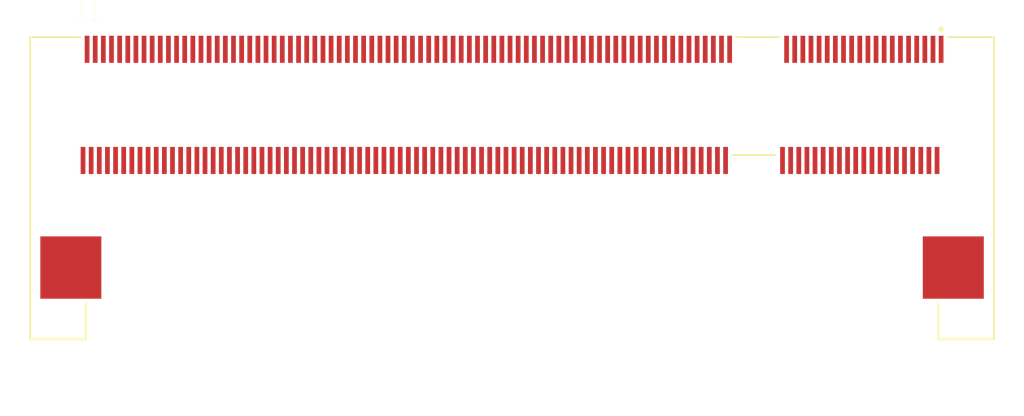
<source format=kicad_pcb>
(kicad_pcb (version 20171130) (host pcbnew "(5.1.6)-1")

  (general
    (thickness 1.6)
    (drawings 0)
    (tracks 0)
    (zones 0)
    (modules 1)
    (nets 202)
  )

  (page A4)
  (layers
    (0 F.Cu signal)
    (31 B.Cu signal)
    (32 B.Adhes user)
    (33 F.Adhes user)
    (34 B.Paste user)
    (35 F.Paste user)
    (36 B.SilkS user)
    (37 F.SilkS user)
    (38 B.Mask user)
    (39 F.Mask user)
    (40 Dwgs.User user)
    (41 Cmts.User user)
    (42 Eco1.User user)
    (43 Eco2.User user)
    (44 Edge.Cuts user)
    (45 Margin user)
    (46 B.CrtYd user)
    (47 F.CrtYd user)
    (48 B.Fab user)
    (49 F.Fab user)
  )

  (setup
    (last_trace_width 0.25)
    (trace_clearance 0.2)
    (zone_clearance 0.508)
    (zone_45_only no)
    (trace_min 0.2)
    (via_size 0.8)
    (via_drill 0.4)
    (via_min_size 0.4)
    (via_min_drill 0.3)
    (uvia_size 0.3)
    (uvia_drill 0.1)
    (uvias_allowed no)
    (uvia_min_size 0.2)
    (uvia_min_drill 0.1)
    (edge_width 0.05)
    (segment_width 0.2)
    (pcb_text_width 0.3)
    (pcb_text_size 1.5 1.5)
    (mod_edge_width 0.12)
    (mod_text_size 1 1)
    (mod_text_width 0.15)
    (pad_size 1.524 1.524)
    (pad_drill 0.762)
    (pad_to_mask_clearance 0.05)
    (aux_axis_origin 0 0)
    (visible_elements FFFFFF7F)
    (pcbplotparams
      (layerselection 0x010fc_ffffffff)
      (usegerberextensions false)
      (usegerberattributes true)
      (usegerberadvancedattributes true)
      (creategerberjobfile true)
      (excludeedgelayer true)
      (linewidth 0.100000)
      (plotframeref false)
      (viasonmask false)
      (mode 1)
      (useauxorigin false)
      (hpglpennumber 1)
      (hpglpenspeed 20)
      (hpglpendiameter 15.000000)
      (psnegative false)
      (psa4output false)
      (plotreference true)
      (plotvalue true)
      (plotinvisibletext false)
      (padsonsilk false)
      (subtractmaskfromsilk false)
      (outputformat 1)
      (mirror false)
      (drillshape 1)
      (scaleselection 1)
      (outputdirectory ""))
  )

  (net 0 "")
  (net 1 "Net-(J1-PadS1)")
  (net 2 "Net-(J1-Pad200)")
  (net 3 "Net-(J1-Pad199)")
  (net 4 "Net-(J1-Pad198)")
  (net 5 "Net-(J1-Pad197)")
  (net 6 "Net-(J1-Pad196)")
  (net 7 "Net-(J1-Pad195)")
  (net 8 "Net-(J1-Pad194)")
  (net 9 "Net-(J1-Pad193)")
  (net 10 "Net-(J1-Pad192)")
  (net 11 "Net-(J1-Pad191)")
  (net 12 "Net-(J1-Pad190)")
  (net 13 "Net-(J1-Pad189)")
  (net 14 "Net-(J1-Pad188)")
  (net 15 "Net-(J1-Pad187)")
  (net 16 "Net-(J1-Pad186)")
  (net 17 "Net-(J1-Pad185)")
  (net 18 "Net-(J1-Pad184)")
  (net 19 "Net-(J1-Pad183)")
  (net 20 "Net-(J1-Pad182)")
  (net 21 "Net-(J1-Pad181)")
  (net 22 "Net-(J1-Pad180)")
  (net 23 "Net-(J1-Pad179)")
  (net 24 "Net-(J1-Pad178)")
  (net 25 "Net-(J1-Pad177)")
  (net 26 "Net-(J1-Pad176)")
  (net 27 "Net-(J1-Pad175)")
  (net 28 "Net-(J1-Pad174)")
  (net 29 "Net-(J1-Pad173)")
  (net 30 "Net-(J1-Pad172)")
  (net 31 "Net-(J1-Pad171)")
  (net 32 "Net-(J1-Pad170)")
  (net 33 "Net-(J1-Pad169)")
  (net 34 "Net-(J1-Pad168)")
  (net 35 "Net-(J1-Pad167)")
  (net 36 "Net-(J1-Pad166)")
  (net 37 "Net-(J1-Pad165)")
  (net 38 "Net-(J1-Pad164)")
  (net 39 "Net-(J1-Pad163)")
  (net 40 "Net-(J1-Pad162)")
  (net 41 "Net-(J1-Pad161)")
  (net 42 "Net-(J1-Pad160)")
  (net 43 "Net-(J1-Pad159)")
  (net 44 "Net-(J1-Pad158)")
  (net 45 "Net-(J1-Pad157)")
  (net 46 "Net-(J1-Pad156)")
  (net 47 "Net-(J1-Pad155)")
  (net 48 "Net-(J1-Pad154)")
  (net 49 "Net-(J1-Pad153)")
  (net 50 "Net-(J1-Pad152)")
  (net 51 "Net-(J1-Pad151)")
  (net 52 "Net-(J1-Pad150)")
  (net 53 "Net-(J1-Pad149)")
  (net 54 "Net-(J1-Pad148)")
  (net 55 "Net-(J1-Pad147)")
  (net 56 "Net-(J1-Pad146)")
  (net 57 "Net-(J1-Pad145)")
  (net 58 "Net-(J1-Pad144)")
  (net 59 "Net-(J1-Pad143)")
  (net 60 "Net-(J1-Pad142)")
  (net 61 "Net-(J1-Pad141)")
  (net 62 "Net-(J1-Pad140)")
  (net 63 "Net-(J1-Pad139)")
  (net 64 "Net-(J1-Pad138)")
  (net 65 "Net-(J1-Pad137)")
  (net 66 "Net-(J1-Pad136)")
  (net 67 "Net-(J1-Pad135)")
  (net 68 "Net-(J1-Pad134)")
  (net 69 "Net-(J1-Pad133)")
  (net 70 "Net-(J1-Pad132)")
  (net 71 "Net-(J1-Pad131)")
  (net 72 "Net-(J1-Pad130)")
  (net 73 "Net-(J1-Pad129)")
  (net 74 "Net-(J1-Pad128)")
  (net 75 "Net-(J1-Pad127)")
  (net 76 "Net-(J1-Pad126)")
  (net 77 "Net-(J1-Pad125)")
  (net 78 "Net-(J1-Pad124)")
  (net 79 "Net-(J1-Pad123)")
  (net 80 "Net-(J1-Pad122)")
  (net 81 "Net-(J1-Pad121)")
  (net 82 "Net-(J1-Pad120)")
  (net 83 "Net-(J1-Pad119)")
  (net 84 "Net-(J1-Pad118)")
  (net 85 "Net-(J1-Pad117)")
  (net 86 "Net-(J1-Pad116)")
  (net 87 "Net-(J1-Pad115)")
  (net 88 "Net-(J1-Pad114)")
  (net 89 "Net-(J1-Pad113)")
  (net 90 "Net-(J1-Pad112)")
  (net 91 "Net-(J1-Pad111)")
  (net 92 "Net-(J1-Pad110)")
  (net 93 "Net-(J1-Pad109)")
  (net 94 "Net-(J1-Pad108)")
  (net 95 "Net-(J1-Pad107)")
  (net 96 "Net-(J1-Pad106)")
  (net 97 "Net-(J1-Pad105)")
  (net 98 "Net-(J1-Pad104)")
  (net 99 "Net-(J1-Pad103)")
  (net 100 "Net-(J1-Pad102)")
  (net 101 "Net-(J1-Pad101)")
  (net 102 "Net-(J1-Pad100)")
  (net 103 "Net-(J1-Pad99)")
  (net 104 "Net-(J1-Pad98)")
  (net 105 "Net-(J1-Pad97)")
  (net 106 "Net-(J1-Pad96)")
  (net 107 "Net-(J1-Pad95)")
  (net 108 "Net-(J1-Pad94)")
  (net 109 "Net-(J1-Pad93)")
  (net 110 "Net-(J1-Pad92)")
  (net 111 "Net-(J1-Pad91)")
  (net 112 "Net-(J1-Pad90)")
  (net 113 "Net-(J1-Pad89)")
  (net 114 "Net-(J1-Pad88)")
  (net 115 "Net-(J1-Pad87)")
  (net 116 "Net-(J1-Pad86)")
  (net 117 "Net-(J1-Pad85)")
  (net 118 "Net-(J1-Pad84)")
  (net 119 "Net-(J1-Pad83)")
  (net 120 "Net-(J1-Pad82)")
  (net 121 "Net-(J1-Pad81)")
  (net 122 "Net-(J1-Pad80)")
  (net 123 "Net-(J1-Pad79)")
  (net 124 "Net-(J1-Pad78)")
  (net 125 "Net-(J1-Pad77)")
  (net 126 "Net-(J1-Pad76)")
  (net 127 "Net-(J1-Pad75)")
  (net 128 "Net-(J1-Pad74)")
  (net 129 "Net-(J1-Pad73)")
  (net 130 "Net-(J1-Pad72)")
  (net 131 "Net-(J1-Pad71)")
  (net 132 "Net-(J1-Pad70)")
  (net 133 "Net-(J1-Pad69)")
  (net 134 "Net-(J1-Pad68)")
  (net 135 "Net-(J1-Pad67)")
  (net 136 "Net-(J1-Pad66)")
  (net 137 "Net-(J1-Pad65)")
  (net 138 "Net-(J1-Pad64)")
  (net 139 "Net-(J1-Pad63)")
  (net 140 "Net-(J1-Pad62)")
  (net 141 "Net-(J1-Pad61)")
  (net 142 "Net-(J1-Pad60)")
  (net 143 "Net-(J1-Pad59)")
  (net 144 "Net-(J1-Pad58)")
  (net 145 "Net-(J1-Pad57)")
  (net 146 "Net-(J1-Pad56)")
  (net 147 "Net-(J1-Pad55)")
  (net 148 "Net-(J1-Pad54)")
  (net 149 "Net-(J1-Pad53)")
  (net 150 "Net-(J1-Pad52)")
  (net 151 "Net-(J1-Pad51)")
  (net 152 "Net-(J1-Pad50)")
  (net 153 "Net-(J1-Pad49)")
  (net 154 "Net-(J1-Pad48)")
  (net 155 "Net-(J1-Pad47)")
  (net 156 "Net-(J1-Pad46)")
  (net 157 "Net-(J1-Pad45)")
  (net 158 "Net-(J1-Pad44)")
  (net 159 "Net-(J1-Pad43)")
  (net 160 "Net-(J1-Pad42)")
  (net 161 "Net-(J1-Pad41)")
  (net 162 "Net-(J1-Pad40)")
  (net 163 "Net-(J1-Pad39)")
  (net 164 "Net-(J1-Pad38)")
  (net 165 "Net-(J1-Pad37)")
  (net 166 "Net-(J1-Pad36)")
  (net 167 "Net-(J1-Pad35)")
  (net 168 "Net-(J1-Pad34)")
  (net 169 "Net-(J1-Pad33)")
  (net 170 "Net-(J1-Pad32)")
  (net 171 "Net-(J1-Pad31)")
  (net 172 "Net-(J1-Pad30)")
  (net 173 "Net-(J1-Pad29)")
  (net 174 "Net-(J1-Pad28)")
  (net 175 "Net-(J1-Pad27)")
  (net 176 "Net-(J1-Pad26)")
  (net 177 "Net-(J1-Pad25)")
  (net 178 "Net-(J1-Pad24)")
  (net 179 "Net-(J1-Pad23)")
  (net 180 "Net-(J1-Pad22)")
  (net 181 "Net-(J1-Pad21)")
  (net 182 "Net-(J1-Pad20)")
  (net 183 "Net-(J1-Pad19)")
  (net 184 "Net-(J1-Pad18)")
  (net 185 "Net-(J1-Pad17)")
  (net 186 "Net-(J1-Pad16)")
  (net 187 "Net-(J1-Pad15)")
  (net 188 "Net-(J1-Pad14)")
  (net 189 "Net-(J1-Pad13)")
  (net 190 "Net-(J1-Pad12)")
  (net 191 "Net-(J1-Pad11)")
  (net 192 "Net-(J1-Pad10)")
  (net 193 "Net-(J1-Pad9)")
  (net 194 "Net-(J1-Pad8)")
  (net 195 "Net-(J1-Pad7)")
  (net 196 "Net-(J1-Pad6)")
  (net 197 "Net-(J1-Pad5)")
  (net 198 "Net-(J1-Pad4)")
  (net 199 "Net-(J1-Pad3)")
  (net 200 "Net-(J1-Pad2)")
  (net 201 "Net-(J1-Pad1)")

  (net_class Default "This is the default net class."
    (clearance 0.2)
    (trace_width 0.25)
    (via_dia 0.8)
    (via_drill 0.4)
    (uvia_dia 0.3)
    (uvia_drill 0.1)
    (add_net "Net-(J1-Pad1)")
    (add_net "Net-(J1-Pad10)")
    (add_net "Net-(J1-Pad100)")
    (add_net "Net-(J1-Pad101)")
    (add_net "Net-(J1-Pad102)")
    (add_net "Net-(J1-Pad103)")
    (add_net "Net-(J1-Pad104)")
    (add_net "Net-(J1-Pad105)")
    (add_net "Net-(J1-Pad106)")
    (add_net "Net-(J1-Pad107)")
    (add_net "Net-(J1-Pad108)")
    (add_net "Net-(J1-Pad109)")
    (add_net "Net-(J1-Pad11)")
    (add_net "Net-(J1-Pad110)")
    (add_net "Net-(J1-Pad111)")
    (add_net "Net-(J1-Pad112)")
    (add_net "Net-(J1-Pad113)")
    (add_net "Net-(J1-Pad114)")
    (add_net "Net-(J1-Pad115)")
    (add_net "Net-(J1-Pad116)")
    (add_net "Net-(J1-Pad117)")
    (add_net "Net-(J1-Pad118)")
    (add_net "Net-(J1-Pad119)")
    (add_net "Net-(J1-Pad12)")
    (add_net "Net-(J1-Pad120)")
    (add_net "Net-(J1-Pad121)")
    (add_net "Net-(J1-Pad122)")
    (add_net "Net-(J1-Pad123)")
    (add_net "Net-(J1-Pad124)")
    (add_net "Net-(J1-Pad125)")
    (add_net "Net-(J1-Pad126)")
    (add_net "Net-(J1-Pad127)")
    (add_net "Net-(J1-Pad128)")
    (add_net "Net-(J1-Pad129)")
    (add_net "Net-(J1-Pad13)")
    (add_net "Net-(J1-Pad130)")
    (add_net "Net-(J1-Pad131)")
    (add_net "Net-(J1-Pad132)")
    (add_net "Net-(J1-Pad133)")
    (add_net "Net-(J1-Pad134)")
    (add_net "Net-(J1-Pad135)")
    (add_net "Net-(J1-Pad136)")
    (add_net "Net-(J1-Pad137)")
    (add_net "Net-(J1-Pad138)")
    (add_net "Net-(J1-Pad139)")
    (add_net "Net-(J1-Pad14)")
    (add_net "Net-(J1-Pad140)")
    (add_net "Net-(J1-Pad141)")
    (add_net "Net-(J1-Pad142)")
    (add_net "Net-(J1-Pad143)")
    (add_net "Net-(J1-Pad144)")
    (add_net "Net-(J1-Pad145)")
    (add_net "Net-(J1-Pad146)")
    (add_net "Net-(J1-Pad147)")
    (add_net "Net-(J1-Pad148)")
    (add_net "Net-(J1-Pad149)")
    (add_net "Net-(J1-Pad15)")
    (add_net "Net-(J1-Pad150)")
    (add_net "Net-(J1-Pad151)")
    (add_net "Net-(J1-Pad152)")
    (add_net "Net-(J1-Pad153)")
    (add_net "Net-(J1-Pad154)")
    (add_net "Net-(J1-Pad155)")
    (add_net "Net-(J1-Pad156)")
    (add_net "Net-(J1-Pad157)")
    (add_net "Net-(J1-Pad158)")
    (add_net "Net-(J1-Pad159)")
    (add_net "Net-(J1-Pad16)")
    (add_net "Net-(J1-Pad160)")
    (add_net "Net-(J1-Pad161)")
    (add_net "Net-(J1-Pad162)")
    (add_net "Net-(J1-Pad163)")
    (add_net "Net-(J1-Pad164)")
    (add_net "Net-(J1-Pad165)")
    (add_net "Net-(J1-Pad166)")
    (add_net "Net-(J1-Pad167)")
    (add_net "Net-(J1-Pad168)")
    (add_net "Net-(J1-Pad169)")
    (add_net "Net-(J1-Pad17)")
    (add_net "Net-(J1-Pad170)")
    (add_net "Net-(J1-Pad171)")
    (add_net "Net-(J1-Pad172)")
    (add_net "Net-(J1-Pad173)")
    (add_net "Net-(J1-Pad174)")
    (add_net "Net-(J1-Pad175)")
    (add_net "Net-(J1-Pad176)")
    (add_net "Net-(J1-Pad177)")
    (add_net "Net-(J1-Pad178)")
    (add_net "Net-(J1-Pad179)")
    (add_net "Net-(J1-Pad18)")
    (add_net "Net-(J1-Pad180)")
    (add_net "Net-(J1-Pad181)")
    (add_net "Net-(J1-Pad182)")
    (add_net "Net-(J1-Pad183)")
    (add_net "Net-(J1-Pad184)")
    (add_net "Net-(J1-Pad185)")
    (add_net "Net-(J1-Pad186)")
    (add_net "Net-(J1-Pad187)")
    (add_net "Net-(J1-Pad188)")
    (add_net "Net-(J1-Pad189)")
    (add_net "Net-(J1-Pad19)")
    (add_net "Net-(J1-Pad190)")
    (add_net "Net-(J1-Pad191)")
    (add_net "Net-(J1-Pad192)")
    (add_net "Net-(J1-Pad193)")
    (add_net "Net-(J1-Pad194)")
    (add_net "Net-(J1-Pad195)")
    (add_net "Net-(J1-Pad196)")
    (add_net "Net-(J1-Pad197)")
    (add_net "Net-(J1-Pad198)")
    (add_net "Net-(J1-Pad199)")
    (add_net "Net-(J1-Pad2)")
    (add_net "Net-(J1-Pad20)")
    (add_net "Net-(J1-Pad200)")
    (add_net "Net-(J1-Pad21)")
    (add_net "Net-(J1-Pad22)")
    (add_net "Net-(J1-Pad23)")
    (add_net "Net-(J1-Pad24)")
    (add_net "Net-(J1-Pad25)")
    (add_net "Net-(J1-Pad26)")
    (add_net "Net-(J1-Pad27)")
    (add_net "Net-(J1-Pad28)")
    (add_net "Net-(J1-Pad29)")
    (add_net "Net-(J1-Pad3)")
    (add_net "Net-(J1-Pad30)")
    (add_net "Net-(J1-Pad31)")
    (add_net "Net-(J1-Pad32)")
    (add_net "Net-(J1-Pad33)")
    (add_net "Net-(J1-Pad34)")
    (add_net "Net-(J1-Pad35)")
    (add_net "Net-(J1-Pad36)")
    (add_net "Net-(J1-Pad37)")
    (add_net "Net-(J1-Pad38)")
    (add_net "Net-(J1-Pad39)")
    (add_net "Net-(J1-Pad4)")
    (add_net "Net-(J1-Pad40)")
    (add_net "Net-(J1-Pad41)")
    (add_net "Net-(J1-Pad42)")
    (add_net "Net-(J1-Pad43)")
    (add_net "Net-(J1-Pad44)")
    (add_net "Net-(J1-Pad45)")
    (add_net "Net-(J1-Pad46)")
    (add_net "Net-(J1-Pad47)")
    (add_net "Net-(J1-Pad48)")
    (add_net "Net-(J1-Pad49)")
    (add_net "Net-(J1-Pad5)")
    (add_net "Net-(J1-Pad50)")
    (add_net "Net-(J1-Pad51)")
    (add_net "Net-(J1-Pad52)")
    (add_net "Net-(J1-Pad53)")
    (add_net "Net-(J1-Pad54)")
    (add_net "Net-(J1-Pad55)")
    (add_net "Net-(J1-Pad56)")
    (add_net "Net-(J1-Pad57)")
    (add_net "Net-(J1-Pad58)")
    (add_net "Net-(J1-Pad59)")
    (add_net "Net-(J1-Pad6)")
    (add_net "Net-(J1-Pad60)")
    (add_net "Net-(J1-Pad61)")
    (add_net "Net-(J1-Pad62)")
    (add_net "Net-(J1-Pad63)")
    (add_net "Net-(J1-Pad64)")
    (add_net "Net-(J1-Pad65)")
    (add_net "Net-(J1-Pad66)")
    (add_net "Net-(J1-Pad67)")
    (add_net "Net-(J1-Pad68)")
    (add_net "Net-(J1-Pad69)")
    (add_net "Net-(J1-Pad7)")
    (add_net "Net-(J1-Pad70)")
    (add_net "Net-(J1-Pad71)")
    (add_net "Net-(J1-Pad72)")
    (add_net "Net-(J1-Pad73)")
    (add_net "Net-(J1-Pad74)")
    (add_net "Net-(J1-Pad75)")
    (add_net "Net-(J1-Pad76)")
    (add_net "Net-(J1-Pad77)")
    (add_net "Net-(J1-Pad78)")
    (add_net "Net-(J1-Pad79)")
    (add_net "Net-(J1-Pad8)")
    (add_net "Net-(J1-Pad80)")
    (add_net "Net-(J1-Pad81)")
    (add_net "Net-(J1-Pad82)")
    (add_net "Net-(J1-Pad83)")
    (add_net "Net-(J1-Pad84)")
    (add_net "Net-(J1-Pad85)")
    (add_net "Net-(J1-Pad86)")
    (add_net "Net-(J1-Pad87)")
    (add_net "Net-(J1-Pad88)")
    (add_net "Net-(J1-Pad89)")
    (add_net "Net-(J1-Pad9)")
    (add_net "Net-(J1-Pad90)")
    (add_net "Net-(J1-Pad91)")
    (add_net "Net-(J1-Pad92)")
    (add_net "Net-(J1-Pad93)")
    (add_net "Net-(J1-Pad94)")
    (add_net "Net-(J1-Pad95)")
    (add_net "Net-(J1-Pad96)")
    (add_net "Net-(J1-Pad97)")
    (add_net "Net-(J1-Pad98)")
    (add_net "Net-(J1-Pad99)")
    (add_net "Net-(J1-PadS1)")
  )

  (module TE_1473005-1:TE_1473005-1 (layer F.Cu) (tedit 5F6D37F7) (tstamp 5F6D3D9A)
    (at 160.02 96.012)
    (path /5F6D85EE)
    (fp_text reference J1 (at -31.3213 -6.89174) (layer F.SilkS)
      (effects (font (size 1.4 1.4) (thickness 0.015)))
    )
    (fp_text value 1473005-1 (at -25.4005 22.111) (layer F.Fab)
      (effects (font (size 1.4 1.4) (thickness 0.015)))
    )
    (fp_line (start -35.55 -5) (end 35.55 -5) (layer F.Fab) (width 0.127))
    (fp_line (start -35.55 -5) (end -35.55 3.7) (layer F.Fab) (width 0.127))
    (fp_line (start 35.55 -5) (end 35.55 3.7) (layer F.Fab) (width 0.127))
    (fp_line (start -35.55 3.7) (end -31.45 3.7) (layer F.Fab) (width 0.127))
    (fp_line (start -31.45 3.7) (end 31.45 3.7) (layer F.Fab) (width 0.127))
    (fp_line (start 31.45 3.7) (end 35.55 3.7) (layer F.Fab) (width 0.127))
    (fp_line (start -35.55 3.7) (end -35.55 17.3) (layer F.Fab) (width 0.127))
    (fp_line (start 35.55 3.7) (end 35.55 17.3) (layer F.Fab) (width 0.127))
    (fp_line (start -35.55 17.3) (end -31.45 17.3) (layer F.Fab) (width 0.127))
    (fp_line (start -31.45 17.3) (end -31.45 3.7) (layer F.Fab) (width 0.127))
    (fp_line (start 31.45 3.7) (end 31.45 17.3) (layer F.Fab) (width 0.127))
    (fp_line (start 31.45 17.3) (end 35.55 17.3) (layer F.Fab) (width 0.127))
    (fp_line (start 16.55 -5) (end 19.75 -5) (layer F.SilkS) (width 0.127))
    (fp_line (start 16.25 3.7) (end 19.45 3.7) (layer F.SilkS) (width 0.127))
    (fp_line (start -31.85 -5) (end -35.55 -5) (layer F.SilkS) (width 0.127))
    (fp_line (start -35.55 -5) (end -35.55 17.3) (layer F.SilkS) (width 0.127))
    (fp_line (start -35.55 17.3) (end -31.45 17.3) (layer F.SilkS) (width 0.127))
    (fp_line (start 32.15 -5) (end 35.55 -5) (layer F.SilkS) (width 0.127))
    (fp_line (start 35.55 -5) (end 35.55 17.3) (layer F.SilkS) (width 0.127))
    (fp_line (start 35.55 17.3) (end 31.45 17.3) (layer F.SilkS) (width 0.127))
    (fp_circle (center 31.65 -5.6) (end 31.75 -5.6) (layer F.SilkS) (width 0.2))
    (fp_line (start 31.45 14.62) (end 31.45 17.3) (layer F.SilkS) (width 0.127))
    (fp_line (start -31.45 17.3) (end -31.45 14.62) (layer F.SilkS) (width 0.127))
    (fp_line (start -37.75 -5.35) (end 37.75 -5.35) (layer F.CrtYd) (width 0.05))
    (fp_line (start 37.75 -5.35) (end 37.75 20.9) (layer F.CrtYd) (width 0.05))
    (fp_line (start 37.75 20.9) (end 31.2 20.9) (layer F.CrtYd) (width 0.05))
    (fp_line (start 31.2 20.9) (end 31.2 14.55) (layer F.CrtYd) (width 0.05))
    (fp_line (start 31.2 14.55) (end 30.05 14.55) (layer F.CrtYd) (width 0.05))
    (fp_line (start 30.05 14.55) (end 30.05 9.45) (layer F.CrtYd) (width 0.05))
    (fp_line (start 30.05 9.45) (end 31.2 9.45) (layer F.CrtYd) (width 0.05))
    (fp_line (start 31.2 9.45) (end 31.2 5.35) (layer F.CrtYd) (width 0.05))
    (fp_line (start 31.2 5.35) (end -31.2 5.35) (layer F.CrtYd) (width 0.05))
    (fp_line (start -31.2 5.35) (end -31.2 9.45) (layer F.CrtYd) (width 0.05))
    (fp_line (start -31.2 9.45) (end -30.05 9.45) (layer F.CrtYd) (width 0.05))
    (fp_line (start -30.05 9.45) (end -30.05 14.55) (layer F.CrtYd) (width 0.05))
    (fp_line (start -30.05 14.55) (end -31.2 14.55) (layer F.CrtYd) (width 0.05))
    (fp_line (start -31.2 14.55) (end -31.2 20.9) (layer F.CrtYd) (width 0.05))
    (fp_line (start -31.2 20.9) (end -37.75 20.9) (layer F.CrtYd) (width 0.05))
    (fp_line (start -37.75 20.9) (end -37.75 -5.35) (layer F.CrtYd) (width 0.05))
    (fp_circle (center 31.65 -5.6) (end 31.75 -5.6) (layer F.Fab) (width 0.2))
    (pad S1 smd rect (at 32.55 12) (size 4.5 4.6) (layers F.Cu F.Paste F.Mask)
      (net 1 "Net-(J1-PadS1)"))
    (pad S2 smd rect (at -32.55 12) (size 4.5 4.6) (layers F.Cu F.Paste F.Mask)
      (net 1 "Net-(J1-PadS1)"))
    (pad None np_thru_hole circle (at -33.4 0) (size 1.2 1.2) (drill 1.2) (layers *.Cu *.Mask))
    (pad None np_thru_hole circle (at 33.4 0) (size 1.7 1.7) (drill 1.7) (layers *.Cu *.Mask))
    (pad 200 smd rect (at -31.65 4.1) (size 0.35 2) (layers F.Cu F.Paste F.Mask)
      (net 2 "Net-(J1-Pad200)"))
    (pad 199 smd rect (at -31.35 -4.1) (size 0.35 2) (layers F.Cu F.Paste F.Mask)
      (net 3 "Net-(J1-Pad199)"))
    (pad 198 smd rect (at -31.05 4.1) (size 0.35 2) (layers F.Cu F.Paste F.Mask)
      (net 4 "Net-(J1-Pad198)"))
    (pad 197 smd rect (at -30.75 -4.1) (size 0.35 2) (layers F.Cu F.Paste F.Mask)
      (net 5 "Net-(J1-Pad197)"))
    (pad 196 smd rect (at -30.45 4.1) (size 0.35 2) (layers F.Cu F.Paste F.Mask)
      (net 6 "Net-(J1-Pad196)"))
    (pad 195 smd rect (at -30.15 -4.1) (size 0.35 2) (layers F.Cu F.Paste F.Mask)
      (net 7 "Net-(J1-Pad195)"))
    (pad 194 smd rect (at -29.85 4.1) (size 0.35 2) (layers F.Cu F.Paste F.Mask)
      (net 8 "Net-(J1-Pad194)"))
    (pad 193 smd rect (at -29.55 -4.1) (size 0.35 2) (layers F.Cu F.Paste F.Mask)
      (net 9 "Net-(J1-Pad193)"))
    (pad 192 smd rect (at -29.25 4.1) (size 0.35 2) (layers F.Cu F.Paste F.Mask)
      (net 10 "Net-(J1-Pad192)"))
    (pad 191 smd rect (at -28.95 -4.1) (size 0.35 2) (layers F.Cu F.Paste F.Mask)
      (net 11 "Net-(J1-Pad191)"))
    (pad 190 smd rect (at -28.65 4.1) (size 0.35 2) (layers F.Cu F.Paste F.Mask)
      (net 12 "Net-(J1-Pad190)"))
    (pad 189 smd rect (at -28.35 -4.1) (size 0.35 2) (layers F.Cu F.Paste F.Mask)
      (net 13 "Net-(J1-Pad189)"))
    (pad 188 smd rect (at -28.05 4.1) (size 0.35 2) (layers F.Cu F.Paste F.Mask)
      (net 14 "Net-(J1-Pad188)"))
    (pad 187 smd rect (at -27.75 -4.1) (size 0.35 2) (layers F.Cu F.Paste F.Mask)
      (net 15 "Net-(J1-Pad187)"))
    (pad 186 smd rect (at -27.45 4.1) (size 0.35 2) (layers F.Cu F.Paste F.Mask)
      (net 16 "Net-(J1-Pad186)"))
    (pad 185 smd rect (at -27.15 -4.1) (size 0.35 2) (layers F.Cu F.Paste F.Mask)
      (net 17 "Net-(J1-Pad185)"))
    (pad 184 smd rect (at -26.85 4.1) (size 0.35 2) (layers F.Cu F.Paste F.Mask)
      (net 18 "Net-(J1-Pad184)"))
    (pad 183 smd rect (at -26.55 -4.1) (size 0.35 2) (layers F.Cu F.Paste F.Mask)
      (net 19 "Net-(J1-Pad183)"))
    (pad 182 smd rect (at -26.25 4.1) (size 0.35 2) (layers F.Cu F.Paste F.Mask)
      (net 20 "Net-(J1-Pad182)"))
    (pad 181 smd rect (at -25.95 -4.1) (size 0.35 2) (layers F.Cu F.Paste F.Mask)
      (net 21 "Net-(J1-Pad181)"))
    (pad 180 smd rect (at -25.65 4.1) (size 0.35 2) (layers F.Cu F.Paste F.Mask)
      (net 22 "Net-(J1-Pad180)"))
    (pad 179 smd rect (at -25.35 -4.1) (size 0.35 2) (layers F.Cu F.Paste F.Mask)
      (net 23 "Net-(J1-Pad179)"))
    (pad 178 smd rect (at -25.05 4.1) (size 0.35 2) (layers F.Cu F.Paste F.Mask)
      (net 24 "Net-(J1-Pad178)"))
    (pad 177 smd rect (at -24.75 -4.1) (size 0.35 2) (layers F.Cu F.Paste F.Mask)
      (net 25 "Net-(J1-Pad177)"))
    (pad 176 smd rect (at -24.45 4.1) (size 0.35 2) (layers F.Cu F.Paste F.Mask)
      (net 26 "Net-(J1-Pad176)"))
    (pad 175 smd rect (at -24.15 -4.1) (size 0.35 2) (layers F.Cu F.Paste F.Mask)
      (net 27 "Net-(J1-Pad175)"))
    (pad 174 smd rect (at -23.85 4.1) (size 0.35 2) (layers F.Cu F.Paste F.Mask)
      (net 28 "Net-(J1-Pad174)"))
    (pad 173 smd rect (at -23.55 -4.1) (size 0.35 2) (layers F.Cu F.Paste F.Mask)
      (net 29 "Net-(J1-Pad173)"))
    (pad 172 smd rect (at -23.25 4.1) (size 0.35 2) (layers F.Cu F.Paste F.Mask)
      (net 30 "Net-(J1-Pad172)"))
    (pad 171 smd rect (at -22.95 -4.1) (size 0.35 2) (layers F.Cu F.Paste F.Mask)
      (net 31 "Net-(J1-Pad171)"))
    (pad 170 smd rect (at -22.65 4.1) (size 0.35 2) (layers F.Cu F.Paste F.Mask)
      (net 32 "Net-(J1-Pad170)"))
    (pad 169 smd rect (at -22.35 -4.1) (size 0.35 2) (layers F.Cu F.Paste F.Mask)
      (net 33 "Net-(J1-Pad169)"))
    (pad 168 smd rect (at -22.05 4.1) (size 0.35 2) (layers F.Cu F.Paste F.Mask)
      (net 34 "Net-(J1-Pad168)"))
    (pad 167 smd rect (at -21.75 -4.1) (size 0.35 2) (layers F.Cu F.Paste F.Mask)
      (net 35 "Net-(J1-Pad167)"))
    (pad 166 smd rect (at -21.45 4.1) (size 0.35 2) (layers F.Cu F.Paste F.Mask)
      (net 36 "Net-(J1-Pad166)"))
    (pad 165 smd rect (at -21.15 -4.1) (size 0.35 2) (layers F.Cu F.Paste F.Mask)
      (net 37 "Net-(J1-Pad165)"))
    (pad 164 smd rect (at -20.85 4.1) (size 0.35 2) (layers F.Cu F.Paste F.Mask)
      (net 38 "Net-(J1-Pad164)"))
    (pad 163 smd rect (at -20.55 -4.1) (size 0.35 2) (layers F.Cu F.Paste F.Mask)
      (net 39 "Net-(J1-Pad163)"))
    (pad 162 smd rect (at -20.25 4.1) (size 0.35 2) (layers F.Cu F.Paste F.Mask)
      (net 40 "Net-(J1-Pad162)"))
    (pad 161 smd rect (at -19.95 -4.1) (size 0.35 2) (layers F.Cu F.Paste F.Mask)
      (net 41 "Net-(J1-Pad161)"))
    (pad 160 smd rect (at -19.65 4.1) (size 0.35 2) (layers F.Cu F.Paste F.Mask)
      (net 42 "Net-(J1-Pad160)"))
    (pad 159 smd rect (at -19.35 -4.1) (size 0.35 2) (layers F.Cu F.Paste F.Mask)
      (net 43 "Net-(J1-Pad159)"))
    (pad 158 smd rect (at -19.05 4.1) (size 0.35 2) (layers F.Cu F.Paste F.Mask)
      (net 44 "Net-(J1-Pad158)"))
    (pad 157 smd rect (at -18.75 -4.1) (size 0.35 2) (layers F.Cu F.Paste F.Mask)
      (net 45 "Net-(J1-Pad157)"))
    (pad 156 smd rect (at -18.45 4.1) (size 0.35 2) (layers F.Cu F.Paste F.Mask)
      (net 46 "Net-(J1-Pad156)"))
    (pad 155 smd rect (at -18.15 -4.1) (size 0.35 2) (layers F.Cu F.Paste F.Mask)
      (net 47 "Net-(J1-Pad155)"))
    (pad 154 smd rect (at -17.85 4.1) (size 0.35 2) (layers F.Cu F.Paste F.Mask)
      (net 48 "Net-(J1-Pad154)"))
    (pad 153 smd rect (at -17.55 -4.1) (size 0.35 2) (layers F.Cu F.Paste F.Mask)
      (net 49 "Net-(J1-Pad153)"))
    (pad 152 smd rect (at -17.25 4.1) (size 0.35 2) (layers F.Cu F.Paste F.Mask)
      (net 50 "Net-(J1-Pad152)"))
    (pad 151 smd rect (at -16.95 -4.1) (size 0.35 2) (layers F.Cu F.Paste F.Mask)
      (net 51 "Net-(J1-Pad151)"))
    (pad 150 smd rect (at -16.65 4.1) (size 0.35 2) (layers F.Cu F.Paste F.Mask)
      (net 52 "Net-(J1-Pad150)"))
    (pad 149 smd rect (at -16.35 -4.1) (size 0.35 2) (layers F.Cu F.Paste F.Mask)
      (net 53 "Net-(J1-Pad149)"))
    (pad 148 smd rect (at -16.05 4.1) (size 0.35 2) (layers F.Cu F.Paste F.Mask)
      (net 54 "Net-(J1-Pad148)"))
    (pad 147 smd rect (at -15.75 -4.1) (size 0.35 2) (layers F.Cu F.Paste F.Mask)
      (net 55 "Net-(J1-Pad147)"))
    (pad 146 smd rect (at -15.45 4.1) (size 0.35 2) (layers F.Cu F.Paste F.Mask)
      (net 56 "Net-(J1-Pad146)"))
    (pad 145 smd rect (at -15.15 -4.1) (size 0.35 2) (layers F.Cu F.Paste F.Mask)
      (net 57 "Net-(J1-Pad145)"))
    (pad 144 smd rect (at -14.85 4.1) (size 0.35 2) (layers F.Cu F.Paste F.Mask)
      (net 58 "Net-(J1-Pad144)"))
    (pad 143 smd rect (at -14.55 -4.1) (size 0.35 2) (layers F.Cu F.Paste F.Mask)
      (net 59 "Net-(J1-Pad143)"))
    (pad 142 smd rect (at -14.25 4.1) (size 0.35 2) (layers F.Cu F.Paste F.Mask)
      (net 60 "Net-(J1-Pad142)"))
    (pad 141 smd rect (at -13.95 -4.1) (size 0.35 2) (layers F.Cu F.Paste F.Mask)
      (net 61 "Net-(J1-Pad141)"))
    (pad 140 smd rect (at -13.65 4.1) (size 0.35 2) (layers F.Cu F.Paste F.Mask)
      (net 62 "Net-(J1-Pad140)"))
    (pad 139 smd rect (at -13.35 -4.1) (size 0.35 2) (layers F.Cu F.Paste F.Mask)
      (net 63 "Net-(J1-Pad139)"))
    (pad 138 smd rect (at -13.05 4.1) (size 0.35 2) (layers F.Cu F.Paste F.Mask)
      (net 64 "Net-(J1-Pad138)"))
    (pad 137 smd rect (at -12.75 -4.1) (size 0.35 2) (layers F.Cu F.Paste F.Mask)
      (net 65 "Net-(J1-Pad137)"))
    (pad 136 smd rect (at -12.45 4.1) (size 0.35 2) (layers F.Cu F.Paste F.Mask)
      (net 66 "Net-(J1-Pad136)"))
    (pad 135 smd rect (at -12.15 -4.1) (size 0.35 2) (layers F.Cu F.Paste F.Mask)
      (net 67 "Net-(J1-Pad135)"))
    (pad 134 smd rect (at -11.85 4.1) (size 0.35 2) (layers F.Cu F.Paste F.Mask)
      (net 68 "Net-(J1-Pad134)"))
    (pad 133 smd rect (at -11.55 -4.1) (size 0.35 2) (layers F.Cu F.Paste F.Mask)
      (net 69 "Net-(J1-Pad133)"))
    (pad 132 smd rect (at -11.25 4.1) (size 0.35 2) (layers F.Cu F.Paste F.Mask)
      (net 70 "Net-(J1-Pad132)"))
    (pad 131 smd rect (at -10.95 -4.1) (size 0.35 2) (layers F.Cu F.Paste F.Mask)
      (net 71 "Net-(J1-Pad131)"))
    (pad 130 smd rect (at -10.65 4.1) (size 0.35 2) (layers F.Cu F.Paste F.Mask)
      (net 72 "Net-(J1-Pad130)"))
    (pad 129 smd rect (at -10.35 -4.1) (size 0.35 2) (layers F.Cu F.Paste F.Mask)
      (net 73 "Net-(J1-Pad129)"))
    (pad 128 smd rect (at -10.05 4.1) (size 0.35 2) (layers F.Cu F.Paste F.Mask)
      (net 74 "Net-(J1-Pad128)"))
    (pad 127 smd rect (at -9.75 -4.1) (size 0.35 2) (layers F.Cu F.Paste F.Mask)
      (net 75 "Net-(J1-Pad127)"))
    (pad 126 smd rect (at -9.45 4.1) (size 0.35 2) (layers F.Cu F.Paste F.Mask)
      (net 76 "Net-(J1-Pad126)"))
    (pad 125 smd rect (at -9.15 -4.1) (size 0.35 2) (layers F.Cu F.Paste F.Mask)
      (net 77 "Net-(J1-Pad125)"))
    (pad 124 smd rect (at -8.85 4.1) (size 0.35 2) (layers F.Cu F.Paste F.Mask)
      (net 78 "Net-(J1-Pad124)"))
    (pad 123 smd rect (at -8.55 -4.1) (size 0.35 2) (layers F.Cu F.Paste F.Mask)
      (net 79 "Net-(J1-Pad123)"))
    (pad 122 smd rect (at -8.25 4.1) (size 0.35 2) (layers F.Cu F.Paste F.Mask)
      (net 80 "Net-(J1-Pad122)"))
    (pad 121 smd rect (at -7.95 -4.1) (size 0.35 2) (layers F.Cu F.Paste F.Mask)
      (net 81 "Net-(J1-Pad121)"))
    (pad 120 smd rect (at -7.65 4.1) (size 0.35 2) (layers F.Cu F.Paste F.Mask)
      (net 82 "Net-(J1-Pad120)"))
    (pad 119 smd rect (at -7.35 -4.1) (size 0.35 2) (layers F.Cu F.Paste F.Mask)
      (net 83 "Net-(J1-Pad119)"))
    (pad 118 smd rect (at -7.05 4.1) (size 0.35 2) (layers F.Cu F.Paste F.Mask)
      (net 84 "Net-(J1-Pad118)"))
    (pad 117 smd rect (at -6.75 -4.1) (size 0.35 2) (layers F.Cu F.Paste F.Mask)
      (net 85 "Net-(J1-Pad117)"))
    (pad 116 smd rect (at -6.45 4.1) (size 0.35 2) (layers F.Cu F.Paste F.Mask)
      (net 86 "Net-(J1-Pad116)"))
    (pad 115 smd rect (at -6.15 -4.1) (size 0.35 2) (layers F.Cu F.Paste F.Mask)
      (net 87 "Net-(J1-Pad115)"))
    (pad 114 smd rect (at -5.85 4.1) (size 0.35 2) (layers F.Cu F.Paste F.Mask)
      (net 88 "Net-(J1-Pad114)"))
    (pad 113 smd rect (at -5.55 -4.1) (size 0.35 2) (layers F.Cu F.Paste F.Mask)
      (net 89 "Net-(J1-Pad113)"))
    (pad 112 smd rect (at -5.25 4.1) (size 0.35 2) (layers F.Cu F.Paste F.Mask)
      (net 90 "Net-(J1-Pad112)"))
    (pad 111 smd rect (at -4.95 -4.1) (size 0.35 2) (layers F.Cu F.Paste F.Mask)
      (net 91 "Net-(J1-Pad111)"))
    (pad 110 smd rect (at -4.65 4.1) (size 0.35 2) (layers F.Cu F.Paste F.Mask)
      (net 92 "Net-(J1-Pad110)"))
    (pad 109 smd rect (at -4.35 -4.1) (size 0.35 2) (layers F.Cu F.Paste F.Mask)
      (net 93 "Net-(J1-Pad109)"))
    (pad 108 smd rect (at -4.05 4.1) (size 0.35 2) (layers F.Cu F.Paste F.Mask)
      (net 94 "Net-(J1-Pad108)"))
    (pad 107 smd rect (at -3.75 -4.1) (size 0.35 2) (layers F.Cu F.Paste F.Mask)
      (net 95 "Net-(J1-Pad107)"))
    (pad 106 smd rect (at -3.45 4.1) (size 0.35 2) (layers F.Cu F.Paste F.Mask)
      (net 96 "Net-(J1-Pad106)"))
    (pad 105 smd rect (at -3.15 -4.1) (size 0.35 2) (layers F.Cu F.Paste F.Mask)
      (net 97 "Net-(J1-Pad105)"))
    (pad 104 smd rect (at -2.85 4.1) (size 0.35 2) (layers F.Cu F.Paste F.Mask)
      (net 98 "Net-(J1-Pad104)"))
    (pad 103 smd rect (at -2.55 -4.1) (size 0.35 2) (layers F.Cu F.Paste F.Mask)
      (net 99 "Net-(J1-Pad103)"))
    (pad 102 smd rect (at -2.25 4.1) (size 0.35 2) (layers F.Cu F.Paste F.Mask)
      (net 100 "Net-(J1-Pad102)"))
    (pad 101 smd rect (at -1.95 -4.1) (size 0.35 2) (layers F.Cu F.Paste F.Mask)
      (net 101 "Net-(J1-Pad101)"))
    (pad 100 smd rect (at -1.65 4.1) (size 0.35 2) (layers F.Cu F.Paste F.Mask)
      (net 102 "Net-(J1-Pad100)"))
    (pad 99 smd rect (at -1.35 -4.1) (size 0.35 2) (layers F.Cu F.Paste F.Mask)
      (net 103 "Net-(J1-Pad99)"))
    (pad 98 smd rect (at -1.05 4.1) (size 0.35 2) (layers F.Cu F.Paste F.Mask)
      (net 104 "Net-(J1-Pad98)"))
    (pad 97 smd rect (at -0.75 -4.1) (size 0.35 2) (layers F.Cu F.Paste F.Mask)
      (net 105 "Net-(J1-Pad97)"))
    (pad 96 smd rect (at -0.45 4.1) (size 0.35 2) (layers F.Cu F.Paste F.Mask)
      (net 106 "Net-(J1-Pad96)"))
    (pad 95 smd rect (at -0.15 -4.1) (size 0.35 2) (layers F.Cu F.Paste F.Mask)
      (net 107 "Net-(J1-Pad95)"))
    (pad 94 smd rect (at 0.15 4.1) (size 0.35 2) (layers F.Cu F.Paste F.Mask)
      (net 108 "Net-(J1-Pad94)"))
    (pad 93 smd rect (at 0.45 -4.1) (size 0.35 2) (layers F.Cu F.Paste F.Mask)
      (net 109 "Net-(J1-Pad93)"))
    (pad 92 smd rect (at 0.75 4.1) (size 0.35 2) (layers F.Cu F.Paste F.Mask)
      (net 110 "Net-(J1-Pad92)"))
    (pad 91 smd rect (at 1.05 -4.1) (size 0.35 2) (layers F.Cu F.Paste F.Mask)
      (net 111 "Net-(J1-Pad91)"))
    (pad 90 smd rect (at 1.35 4.1) (size 0.35 2) (layers F.Cu F.Paste F.Mask)
      (net 112 "Net-(J1-Pad90)"))
    (pad 89 smd rect (at 1.65 -4.1) (size 0.35 2) (layers F.Cu F.Paste F.Mask)
      (net 113 "Net-(J1-Pad89)"))
    (pad 88 smd rect (at 1.95 4.1) (size 0.35 2) (layers F.Cu F.Paste F.Mask)
      (net 114 "Net-(J1-Pad88)"))
    (pad 87 smd rect (at 2.25 -4.1) (size 0.35 2) (layers F.Cu F.Paste F.Mask)
      (net 115 "Net-(J1-Pad87)"))
    (pad 86 smd rect (at 2.55 4.1) (size 0.35 2) (layers F.Cu F.Paste F.Mask)
      (net 116 "Net-(J1-Pad86)"))
    (pad 85 smd rect (at 2.85 -4.1) (size 0.35 2) (layers F.Cu F.Paste F.Mask)
      (net 117 "Net-(J1-Pad85)"))
    (pad 84 smd rect (at 3.15 4.1) (size 0.35 2) (layers F.Cu F.Paste F.Mask)
      (net 118 "Net-(J1-Pad84)"))
    (pad 83 smd rect (at 3.45 -4.1) (size 0.35 2) (layers F.Cu F.Paste F.Mask)
      (net 119 "Net-(J1-Pad83)"))
    (pad 82 smd rect (at 3.75 4.1) (size 0.35 2) (layers F.Cu F.Paste F.Mask)
      (net 120 "Net-(J1-Pad82)"))
    (pad 81 smd rect (at 4.05 -4.1) (size 0.35 2) (layers F.Cu F.Paste F.Mask)
      (net 121 "Net-(J1-Pad81)"))
    (pad 80 smd rect (at 4.35 4.1) (size 0.35 2) (layers F.Cu F.Paste F.Mask)
      (net 122 "Net-(J1-Pad80)"))
    (pad 79 smd rect (at 4.65 -4.1) (size 0.35 2) (layers F.Cu F.Paste F.Mask)
      (net 123 "Net-(J1-Pad79)"))
    (pad 78 smd rect (at 4.95 4.1) (size 0.35 2) (layers F.Cu F.Paste F.Mask)
      (net 124 "Net-(J1-Pad78)"))
    (pad 77 smd rect (at 5.25 -4.1) (size 0.35 2) (layers F.Cu F.Paste F.Mask)
      (net 125 "Net-(J1-Pad77)"))
    (pad 76 smd rect (at 5.55 4.1) (size 0.35 2) (layers F.Cu F.Paste F.Mask)
      (net 126 "Net-(J1-Pad76)"))
    (pad 75 smd rect (at 5.85 -4.1) (size 0.35 2) (layers F.Cu F.Paste F.Mask)
      (net 127 "Net-(J1-Pad75)"))
    (pad 74 smd rect (at 6.15 4.1) (size 0.35 2) (layers F.Cu F.Paste F.Mask)
      (net 128 "Net-(J1-Pad74)"))
    (pad 73 smd rect (at 6.45 -4.1) (size 0.35 2) (layers F.Cu F.Paste F.Mask)
      (net 129 "Net-(J1-Pad73)"))
    (pad 72 smd rect (at 6.75 4.1) (size 0.35 2) (layers F.Cu F.Paste F.Mask)
      (net 130 "Net-(J1-Pad72)"))
    (pad 71 smd rect (at 7.05 -4.1) (size 0.35 2) (layers F.Cu F.Paste F.Mask)
      (net 131 "Net-(J1-Pad71)"))
    (pad 70 smd rect (at 7.35 4.1) (size 0.35 2) (layers F.Cu F.Paste F.Mask)
      (net 132 "Net-(J1-Pad70)"))
    (pad 69 smd rect (at 7.65 -4.1) (size 0.35 2) (layers F.Cu F.Paste F.Mask)
      (net 133 "Net-(J1-Pad69)"))
    (pad 68 smd rect (at 7.95 4.1) (size 0.35 2) (layers F.Cu F.Paste F.Mask)
      (net 134 "Net-(J1-Pad68)"))
    (pad 67 smd rect (at 8.25 -4.1) (size 0.35 2) (layers F.Cu F.Paste F.Mask)
      (net 135 "Net-(J1-Pad67)"))
    (pad 66 smd rect (at 8.55 4.1) (size 0.35 2) (layers F.Cu F.Paste F.Mask)
      (net 136 "Net-(J1-Pad66)"))
    (pad 65 smd rect (at 8.85 -4.1) (size 0.35 2) (layers F.Cu F.Paste F.Mask)
      (net 137 "Net-(J1-Pad65)"))
    (pad 64 smd rect (at 9.15 4.1) (size 0.35 2) (layers F.Cu F.Paste F.Mask)
      (net 138 "Net-(J1-Pad64)"))
    (pad 63 smd rect (at 9.45 -4.1) (size 0.35 2) (layers F.Cu F.Paste F.Mask)
      (net 139 "Net-(J1-Pad63)"))
    (pad 62 smd rect (at 9.75 4.1) (size 0.35 2) (layers F.Cu F.Paste F.Mask)
      (net 140 "Net-(J1-Pad62)"))
    (pad 61 smd rect (at 10.05 -4.1) (size 0.35 2) (layers F.Cu F.Paste F.Mask)
      (net 141 "Net-(J1-Pad61)"))
    (pad 60 smd rect (at 10.35 4.1) (size 0.35 2) (layers F.Cu F.Paste F.Mask)
      (net 142 "Net-(J1-Pad60)"))
    (pad 59 smd rect (at 10.65 -4.1) (size 0.35 2) (layers F.Cu F.Paste F.Mask)
      (net 143 "Net-(J1-Pad59)"))
    (pad 58 smd rect (at 10.95 4.1) (size 0.35 2) (layers F.Cu F.Paste F.Mask)
      (net 144 "Net-(J1-Pad58)"))
    (pad 57 smd rect (at 11.25 -4.1) (size 0.35 2) (layers F.Cu F.Paste F.Mask)
      (net 145 "Net-(J1-Pad57)"))
    (pad 56 smd rect (at 11.55 4.1) (size 0.35 2) (layers F.Cu F.Paste F.Mask)
      (net 146 "Net-(J1-Pad56)"))
    (pad 55 smd rect (at 11.85 -4.1) (size 0.35 2) (layers F.Cu F.Paste F.Mask)
      (net 147 "Net-(J1-Pad55)"))
    (pad 54 smd rect (at 12.15 4.1) (size 0.35 2) (layers F.Cu F.Paste F.Mask)
      (net 148 "Net-(J1-Pad54)"))
    (pad 53 smd rect (at 12.45 -4.1) (size 0.35 2) (layers F.Cu F.Paste F.Mask)
      (net 149 "Net-(J1-Pad53)"))
    (pad 52 smd rect (at 12.75 4.1) (size 0.35 2) (layers F.Cu F.Paste F.Mask)
      (net 150 "Net-(J1-Pad52)"))
    (pad 51 smd rect (at 13.05 -4.1) (size 0.35 2) (layers F.Cu F.Paste F.Mask)
      (net 151 "Net-(J1-Pad51)"))
    (pad 50 smd rect (at 13.35 4.1) (size 0.35 2) (layers F.Cu F.Paste F.Mask)
      (net 152 "Net-(J1-Pad50)"))
    (pad 49 smd rect (at 13.65 -4.1) (size 0.35 2) (layers F.Cu F.Paste F.Mask)
      (net 153 "Net-(J1-Pad49)"))
    (pad 48 smd rect (at 13.95 4.1) (size 0.35 2) (layers F.Cu F.Paste F.Mask)
      (net 154 "Net-(J1-Pad48)"))
    (pad 47 smd rect (at 14.25 -4.1) (size 0.35 2) (layers F.Cu F.Paste F.Mask)
      (net 155 "Net-(J1-Pad47)"))
    (pad 46 smd rect (at 14.55 4.1) (size 0.35 2) (layers F.Cu F.Paste F.Mask)
      (net 156 "Net-(J1-Pad46)"))
    (pad 45 smd rect (at 14.85 -4.1) (size 0.35 2) (layers F.Cu F.Paste F.Mask)
      (net 157 "Net-(J1-Pad45)"))
    (pad 44 smd rect (at 15.15 4.1) (size 0.35 2) (layers F.Cu F.Paste F.Mask)
      (net 158 "Net-(J1-Pad44)"))
    (pad 43 smd rect (at 15.45 -4.1) (size 0.35 2) (layers F.Cu F.Paste F.Mask)
      (net 159 "Net-(J1-Pad43)"))
    (pad 42 smd rect (at 15.75 4.1) (size 0.35 2) (layers F.Cu F.Paste F.Mask)
      (net 160 "Net-(J1-Pad42)"))
    (pad 41 smd rect (at 16.05 -4.1) (size 0.35 2) (layers F.Cu F.Paste F.Mask)
      (net 161 "Net-(J1-Pad41)"))
    (pad 40 smd rect (at 19.95 4.1) (size 0.35 2) (layers F.Cu F.Paste F.Mask)
      (net 162 "Net-(J1-Pad40)"))
    (pad 39 smd rect (at 20.25 -4.1) (size 0.35 2) (layers F.Cu F.Paste F.Mask)
      (net 163 "Net-(J1-Pad39)"))
    (pad 38 smd rect (at 20.55 4.1) (size 0.35 2) (layers F.Cu F.Paste F.Mask)
      (net 164 "Net-(J1-Pad38)"))
    (pad 37 smd rect (at 20.85 -4.1) (size 0.35 2) (layers F.Cu F.Paste F.Mask)
      (net 165 "Net-(J1-Pad37)"))
    (pad 36 smd rect (at 21.15 4.1) (size 0.35 2) (layers F.Cu F.Paste F.Mask)
      (net 166 "Net-(J1-Pad36)"))
    (pad 35 smd rect (at 21.45 -4.1) (size 0.35 2) (layers F.Cu F.Paste F.Mask)
      (net 167 "Net-(J1-Pad35)"))
    (pad 34 smd rect (at 21.75 4.1) (size 0.35 2) (layers F.Cu F.Paste F.Mask)
      (net 168 "Net-(J1-Pad34)"))
    (pad 33 smd rect (at 22.05 -4.1) (size 0.35 2) (layers F.Cu F.Paste F.Mask)
      (net 169 "Net-(J1-Pad33)"))
    (pad 32 smd rect (at 22.35 4.1) (size 0.35 2) (layers F.Cu F.Paste F.Mask)
      (net 170 "Net-(J1-Pad32)"))
    (pad 31 smd rect (at 22.65 -4.1) (size 0.35 2) (layers F.Cu F.Paste F.Mask)
      (net 171 "Net-(J1-Pad31)"))
    (pad 30 smd rect (at 22.95 4.1) (size 0.35 2) (layers F.Cu F.Paste F.Mask)
      (net 172 "Net-(J1-Pad30)"))
    (pad 29 smd rect (at 23.25 -4.1) (size 0.35 2) (layers F.Cu F.Paste F.Mask)
      (net 173 "Net-(J1-Pad29)"))
    (pad 28 smd rect (at 23.55 4.1) (size 0.35 2) (layers F.Cu F.Paste F.Mask)
      (net 174 "Net-(J1-Pad28)"))
    (pad 27 smd rect (at 23.85 -4.1) (size 0.35 2) (layers F.Cu F.Paste F.Mask)
      (net 175 "Net-(J1-Pad27)"))
    (pad 26 smd rect (at 24.15 4.1) (size 0.35 2) (layers F.Cu F.Paste F.Mask)
      (net 176 "Net-(J1-Pad26)"))
    (pad 25 smd rect (at 24.45 -4.1) (size 0.35 2) (layers F.Cu F.Paste F.Mask)
      (net 177 "Net-(J1-Pad25)"))
    (pad 24 smd rect (at 24.75 4.1) (size 0.35 2) (layers F.Cu F.Paste F.Mask)
      (net 178 "Net-(J1-Pad24)"))
    (pad 23 smd rect (at 25.05 -4.1) (size 0.35 2) (layers F.Cu F.Paste F.Mask)
      (net 179 "Net-(J1-Pad23)"))
    (pad 22 smd rect (at 25.35 4.1) (size 0.35 2) (layers F.Cu F.Paste F.Mask)
      (net 180 "Net-(J1-Pad22)"))
    (pad 21 smd rect (at 25.65 -4.1) (size 0.35 2) (layers F.Cu F.Paste F.Mask)
      (net 181 "Net-(J1-Pad21)"))
    (pad 20 smd rect (at 25.95 4.1) (size 0.35 2) (layers F.Cu F.Paste F.Mask)
      (net 182 "Net-(J1-Pad20)"))
    (pad 19 smd rect (at 26.25 -4.1) (size 0.35 2) (layers F.Cu F.Paste F.Mask)
      (net 183 "Net-(J1-Pad19)"))
    (pad 18 smd rect (at 26.55 4.1) (size 0.35 2) (layers F.Cu F.Paste F.Mask)
      (net 184 "Net-(J1-Pad18)"))
    (pad 17 smd rect (at 26.85 -4.1) (size 0.35 2) (layers F.Cu F.Paste F.Mask)
      (net 185 "Net-(J1-Pad17)"))
    (pad 16 smd rect (at 27.15 4.1) (size 0.35 2) (layers F.Cu F.Paste F.Mask)
      (net 186 "Net-(J1-Pad16)"))
    (pad 15 smd rect (at 27.45 -4.1) (size 0.35 2) (layers F.Cu F.Paste F.Mask)
      (net 187 "Net-(J1-Pad15)"))
    (pad 14 smd rect (at 27.75 4.1) (size 0.35 2) (layers F.Cu F.Paste F.Mask)
      (net 188 "Net-(J1-Pad14)"))
    (pad 13 smd rect (at 28.05 -4.1) (size 0.35 2) (layers F.Cu F.Paste F.Mask)
      (net 189 "Net-(J1-Pad13)"))
    (pad 12 smd rect (at 28.35 4.1) (size 0.35 2) (layers F.Cu F.Paste F.Mask)
      (net 190 "Net-(J1-Pad12)"))
    (pad 11 smd rect (at 28.65 -4.1) (size 0.35 2) (layers F.Cu F.Paste F.Mask)
      (net 191 "Net-(J1-Pad11)"))
    (pad 10 smd rect (at 28.95 4.1) (size 0.35 2) (layers F.Cu F.Paste F.Mask)
      (net 192 "Net-(J1-Pad10)"))
    (pad 9 smd rect (at 29.25 -4.1) (size 0.35 2) (layers F.Cu F.Paste F.Mask)
      (net 193 "Net-(J1-Pad9)"))
    (pad 8 smd rect (at 29.55 4.1) (size 0.35 2) (layers F.Cu F.Paste F.Mask)
      (net 194 "Net-(J1-Pad8)"))
    (pad 7 smd rect (at 29.85 -4.1) (size 0.35 2) (layers F.Cu F.Paste F.Mask)
      (net 195 "Net-(J1-Pad7)"))
    (pad 6 smd rect (at 30.15 4.1) (size 0.35 2) (layers F.Cu F.Paste F.Mask)
      (net 196 "Net-(J1-Pad6)"))
    (pad 5 smd rect (at 30.45 -4.1) (size 0.35 2) (layers F.Cu F.Paste F.Mask)
      (net 197 "Net-(J1-Pad5)"))
    (pad 4 smd rect (at 30.75 4.1) (size 0.35 2) (layers F.Cu F.Paste F.Mask)
      (net 198 "Net-(J1-Pad4)"))
    (pad 3 smd rect (at 31.05 -4.1) (size 0.35 2) (layers F.Cu F.Paste F.Mask)
      (net 199 "Net-(J1-Pad3)"))
    (pad 2 smd rect (at 31.35 4.1) (size 0.35 2) (layers F.Cu F.Paste F.Mask)
      (net 200 "Net-(J1-Pad2)"))
    (pad 1 smd rect (at 31.65 -4.1) (size 0.35 2) (layers F.Cu F.Paste F.Mask)
      (net 201 "Net-(J1-Pad1)"))
  )

)

</source>
